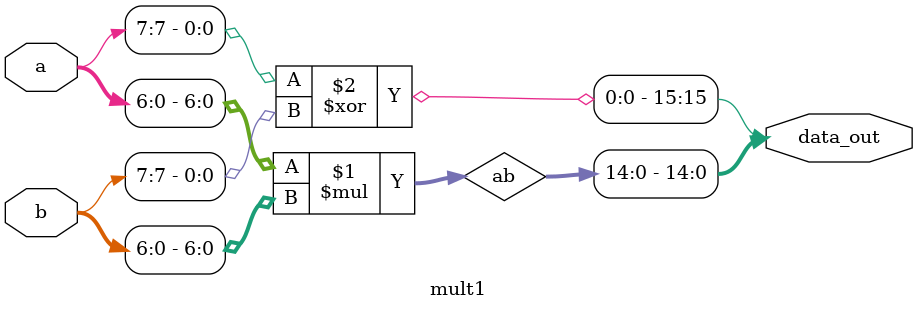
<source format=v>
module mult1(

					a,

					b,

					data_out

);



input [7:0]a,b;



output [15:0]data_out;



wire [14:0]ab;



assign ab = a[6:0] * b[6:0];

assign data_out = {a[7]^b[7],ab};





endmodule



</source>
